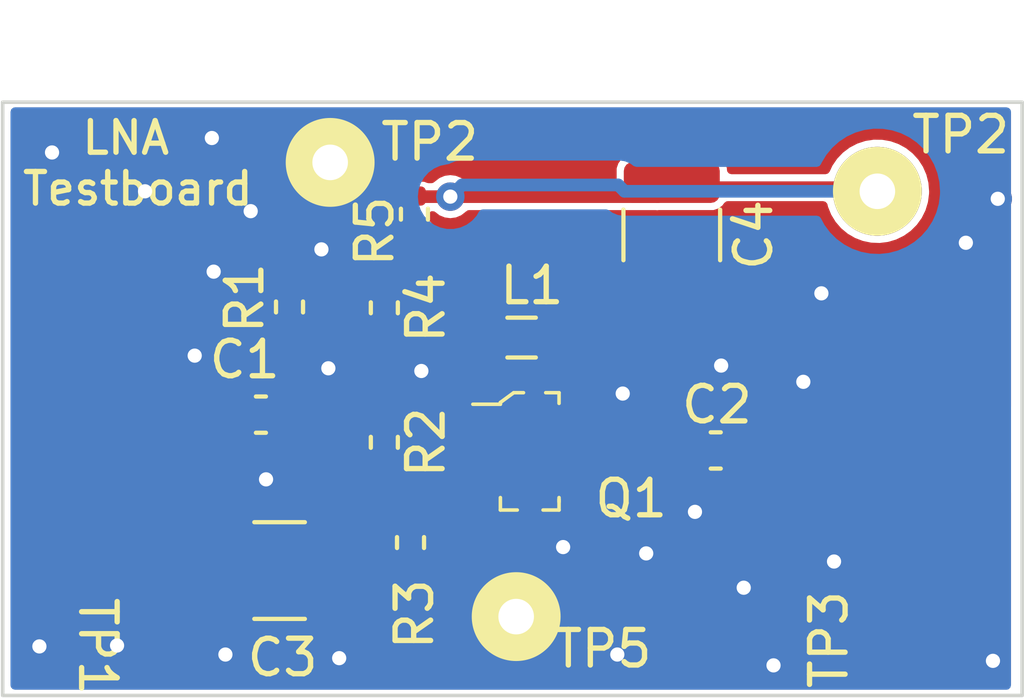
<source format=kicad_pcb>
(kicad_pcb (version 20211014) (generator pcbnew)
  (layers (0 "F.Cu" signal) (31 "B.Cu" signal) (34 "B.Paste" user) (35 "F.Paste" user) (36 "B.SilkS" user "B.Silkscreen") (37 "F.SilkS" user "F.Silkscreen") (38 "B.Mask" user) (39 "F.Mask" user) (44 "Edge.Cuts" user))
  (net 0 "")
  (net 1 "Net-(C1-Pad1)")
  (net 2 "+5V")
  (net 3 "GND")
  (net 4 "Net-(C1-Pad2)")
  (net 5 "Net-(C3-Pad1)")
  (net 6 "Net-(C2-Pad1)")
  (net 7 "Net-(C2-Pad2)")
  (net 8 "Net-(L1-Pad2)")
  (net 9 "Net-(R1-Pad1)")
  (footprint "VCO:SolderWirePad_single_1mmDrill" (layer "F.Cu") (at 113.78365 99.25485)
    (fp_text reference "TP5" (at 4.60194 5.22424 unlocked) (layer "F.SilkS"))
    (fp_text value "TestPoint" hide)
    (pad "1" thru_hole circle (at 2.159 4.318) (size 2.49936 2.49936) (drill 1.00076) (layers *.Cu *.Mask "F.SilkS") (net 3 "GND"))
  )
  (footprint "Capacitor_SMD:C_0603_1608Metric" (layer "F.Cu") (at 108.7628 97.8916)
    (fp_text reference "C1" (at -0.4572 -1.5494) (layer "F.SilkS"))
    (fp_text value "C" hide)
    (fp_line (start -0.14058 0.51) (end 0.14058 0.51) (layer "F.SilkS") (width 0.12))
    (fp_line (start -0.14058 -0.51) (end 0.14058 -0.51) (layer "F.SilkS") (width 0.12))
    (pad "1" smd roundrect (at -0.775 0) (size 0.9 0.95) (layers "F.Cu" "F.Paste" "F.Mask") (net 1 "Net-(C1-Pad1)"))
    (pad "2" smd roundrect (at 0.775 0) (size 0.9 0.95) (layers "F.Cu" "F.Paste" "F.Mask") (net 4 "Net-(C1-Pad2)"))
  )
  (footprint "Resistor_SMD:R_0402_1005Metric" (layer "F.Cu") (at 109.56725 94.86265 -90)
    (fp_text reference "R1" (at -0.24765 1.26165 90) (layer "F.SilkS"))
    (fp_text value "R" hide)
    (fp_line (start -0.153641 -0.38) (end 0.153641 -0.38) (layer "F.SilkS") (width 0.12))
    (fp_line (start -0.153641 0.38) (end 0.153641 0.38) (layer "F.SilkS") (width 0.12))
    (pad "1" smd roundrect (at -0.51 0 270) (size 0.54 0.64) (layers "F.Cu" "F.Paste" "F.Mask") (net 9 "Net-(R1-Pad1)"))
    (pad "2" smd roundrect (at 0.51 0 270) (size 0.54 0.64) (layers "F.Cu" "F.Paste" "F.Mask") (net 4 "Net-(C1-Pad2)"))
  )
  (footprint "Capacitor_SMD:C_1210_3225Metric" (layer "F.Cu") (at 120.3198 92.837 -90)
    (fp_text reference "C4" (at 0 -2.3 90) (layer "F.SilkS"))
    (fp_text value "C" hide)
    (fp_line (start -0.711252 1.36) (end 0.711252 1.36) (layer "F.SilkS") (width 0.12))
    (fp_line (start -0.711252 -1.36) (end 0.711252 -1.36) (layer "F.SilkS") (width 0.12))
    (pad "1" smd roundrect (at -1.475 0 270) (size 1.15 2.7) (layers "F.Cu" "F.Paste" "F.Mask") (roundrect_rratio 0.217391) (net 2 "+5V"))
    (pad "2" smd roundrect (at 1.475 0 270) (size 1.15 2.7) (layers "F.Cu" "F.Paste" "F.Mask") (roundrect_rratio 0.217391) (net 3 "GND"))
  )
  (footprint "digikey-footprints:SOT-23-3" (layer "F.Cu") (at 116.32365 98.92465)
    (fp_text reference "Q1" (at 2.85315 1.32915) (layer "F.SilkS"))
    (fp_text value "BC847B_215" hide)
    (fp_line (start 0.825 1.35) (end 0.825 1.65) (layer "F.SilkS") (width 0.1))
    (fp_line (start 0.825 1.425) (end 0.825 1.3) (layer "F.SilkS") (width 0.1))
    (fp_line (start -0.45 -1.65) (end -0.825 -1.375) (layer "F.SilkS") (width 0.1))
    (fp_line (start -0.825 -1.325) (end -1.6 -1.325) (layer "F.SilkS") (width 0.1))
    (fp_line (start 0.45 -1.65) (end 0.825 -1.65) (layer "F.SilkS") (width 0.1))
    (fp_line (start -0.175 -1.65) (end -0.45 -1.65) (layer "F.SilkS") (width 0.1))
    (fp_line (start -0.825 1.65) (end -0.825 1.3) (layer "F.SilkS") (width 0.1))
    (fp_line (start 0.825 1.65) (end 0.375 1.65) (layer "F.SilkS") (width 0.1))
    (fp_line (start -0.35 1.65) (end -0.825 1.65) (layer "F.SilkS") (width 0.1))
    (fp_line (start -0.825 -1.375) (end -0.825 -1.325) (layer "F.SilkS") (width 0.1))
    (fp_line (start 0.825 -1.65) (end 0.825 -1.35) (layer "F.SilkS") (width 0.1))
    (pad "1" smd rect locked (at -1.05 -0.95) (size 1.3 0.6) (layers "F.Cu" "F.Paste" "F.Mask") (net 4 "Net-(C1-Pad2)"))
    (pad "2" smd rect locked (at -1.05 0.95) (size 1.3 0.6) (layers "F.Cu" "F.Paste" "F.Mask") (net 5 "Net-(C3-Pad1)"))
    (pad "3" smd rect locked (at 1.05 0) (size 1.3 0.6) (layers "F.Cu" "F.Paste" "F.Mask") (net 6 "Net-(C2-Pad1)"))
  )
  (footprint "VCO:SolderWirePad_single_1mmDrill" (layer "F.Cu") (at 108.55125 86.47865)
    (fp_text reference "TP2" (at 4.96135 3.74215 unlocked) (layer "F.SilkS"))
    (fp_text value "TestPoint" hide)
    (pad "1" thru_hole circle (at 2.159 4.318) (size 2.49936 2.49936) (drill 1.00076) (layers *.Cu *.Mask "F.SilkS") (net 3 "GND"))
  )
  (footprint "Resistor_SMD:R_0402_1005Metric" (layer "F.Cu") (at 112.23425 94.88605 -90)
    (fp_text reference "R4" (at 0 -1.17 90) (layer "F.SilkS"))
    (fp_text value "R" hide)
    (fp_line (start -0.153641 -0.38) (end 0.153641 -0.38) (layer "F.SilkS") (width 0.12))
    (fp_line (start -0.153641 0.38) (end 0.153641 0.38) (layer "F.SilkS") (width 0.12))
    (pad "1" smd roundrect (at -0.51 0 270) (size 0.54 0.64) (layers "F.Cu" "F.Paste" "F.Mask") (net 9 "Net-(R1-Pad1)"))
    (pad "2" smd roundrect (at 0.51 0 270) (size 0.54 0.64) (layers "F.Cu" "F.Paste" "F.Mask") (net 8 "Net-(L1-Pad2)"))
  )
  (footprint "VCO:SolderWirePad_single_1mmDrill" (layer "F.Cu") (at 123.94365 87.29145)
    (fp_text reference "TP2" (at 4.50415 2.72615 unlocked) (layer "F.SilkS"))
    (fp_text value "TestPoint" hide)
    (pad "1" thru_hole circle (at 2.159 4.318) (size 2.49936 2.49936) (drill 1.00076) (layers *.Mask "F.Cu" "In1.Cu" "B.Cu" "F.SilkS") (net 2 "+5V"))
  )
  (footprint "Resistor_SMD:R_0402_1005Metric" (layer "F.Cu") (at 112.97085 101.49005 -90)
    (fp_text reference "R3" (at 2.01495 -0.10995 90) (layer "F.SilkS"))
    (fp_text value "R" hide)
    (fp_line (start -0.153641 -0.38) (end 0.153641 -0.38) (layer "F.SilkS") (width 0.12))
    (fp_line (start -0.153641 0.38) (end 0.153641 0.38) (layer "F.SilkS") (width 0.12))
    (pad "1" smd roundrect (at -0.51 0 270) (size 0.54 0.64) (layers "F.Cu" "F.Paste" "F.Mask") (net 5 "Net-(C3-Pad1)"))
    (pad "2" smd roundrect (at 0.51 0 270) (size 0.54 0.64) (layers "F.Cu" "F.Paste" "F.Mask") (net 3 "GND"))
  )
  (footprint "VCO:SMA Molex 0732512120" (layer "F.Cu") (at 106.16365 92.7949 -90)
    (fp_text reference "TP1" (at 11.61615 1.98955 -90 unlocked) (layer "F.SilkS"))
    (fp_text value "TestPoint" hide)
    (pad "1" smd rect (at 5.08 2.286 270) (size 1.778 4.191) (layers "F.Cu" "F.Paste" "F.Mask") (net 1 "Net-(C1-Pad1)"))
    (pad "2" smd rect (at 1.524 2.286 270) (size 2.667 4.191) (layers "F.Cu" "F.Paste" "F.Mask") (net 3 "GND"))
    (pad "3" smd rect (at 8.636 2.286 270) (size 2.667 4.191) (layers "F.Cu" "F.Paste" "F.Mask") (net 3 "GND"))
    (pad "4" smd rect (at 8.636 2.286 270) (size 2.667 4.191) (layers "B.Cu" "F.Paste" "F.Mask") (net 3 "GND"))
    (pad "5" smd rect (at 1.524 2.286 270) (size 2.667 4.191) (layers "B.Cu" "F.Paste" "F.Mask") (net 3 "GND"))
  )
  (footprint "Resistor_SMD:R_0402_1005Metric" (layer "F.Cu") (at 112.23425 98.67065 -90)
    (fp_text reference "R2" (at 0 -1.17 -90) (layer "F.SilkS"))
    (fp_text value "R" hide)
    (fp_line (start -0.153641 0.38) (end 0.153641 0.38) (layer "F.SilkS") (width 0.12))
    (fp_line (start -0.153641 -0.38) (end 0.153641 -0.38) (layer "F.SilkS") (width 0.12))
    (pad "1" smd roundrect (at -0.51 0 270) (size 0.54 0.64) (layers "F.Cu" "F.Paste" "F.Mask") (net 4 "Net-(C1-Pad2)"))
    (pad "2" smd roundrect (at 0.51 0 270) (size 0.54 0.64) (layers "F.Cu" "F.Paste" "F.Mask") (net 3 "GND"))
  )
  (footprint "Inductor_SMD:L_0805_2012Metric" (layer "F.Cu") (at 116.09505 95.72425 180)
    (fp_text reference "L1" (at -0.28775 1.46485) (layer "F.SilkS"))
    (fp_text value "L" hide)
    (fp_line (start -0.399622 0.56) (end 0.399622 0.56) (layer "F.SilkS") (width 0.12))
    (fp_line (start -0.399622 -0.56) (end 0.399622 -0.56) (layer "F.SilkS") (width 0.12))
    (pad "1" smd roundrect (at -1.0625 0 180) (size 0.875 1.2) (layers "F.Cu" "F.Paste" "F.Mask") (net 6 "Net-(C2-Pad1)"))
    (pad "2" smd roundrect (at 1.0625 0 180) (size 0.875 1.2) (layers "F.Cu" "F.Paste" "F.Mask") (net 8 "Net-(L1-Pad2)"))
  )
  (footprint "Resistor_SMD:R_0402_1005Metric" (layer "F.Cu") (at 113.0808 92.2528 -90)
    (fp_text reference "R5" (at 0.4826 1.1176 90) (layer "F.SilkS"))
    (fp_text value "R" hide)
    (fp_line (start -0.153641 -0.38) (end 0.153641 -0.38) (layer "F.SilkS") (width 0.12))
    (fp_line (start -0.153641 0.38) (end 0.153641 0.38) (layer "F.SilkS") (width 0.12))
    (pad "1" smd roundrect (at -0.51 0 270) (size 0.54 0.64) (layers "F.Cu" "F.Paste" "F.Mask") (net 2 "+5V"))
    (pad "2" smd roundrect (at 0.51 0 270) (size 0.54 0.64) (layers "F.Cu" "F.Paste" "F.Mask") (net 9 "Net-(R1-Pad1)"))
  )
  (footprint "Capacitor_SMD:C_0603_1608Metric" (layer "F.Cu") (at 121.55605 98.89925)
    (fp_text reference "C2" (at 0.03375 -1.28705) (layer "F.SilkS"))
    (fp_text value "C" hide)
    (fp_line (start -0.14058 -0.51) (end 0.14058 -0.51) (layer "F.SilkS") (width 0.12))
    (fp_line (start -0.14058 0.51) (end 0.14058 0.51) (layer "F.SilkS") (width 0.12))
    (pad "1" smd roundrect (at -0.775 0) (size 0.9 0.95) (layers "F.Cu" "F.Paste" "F.Mask") (net 6 "Net-(C2-Pad1)"))
    (pad "2" smd roundrect (at 0.775 0) (size 0.9 0.95) (layers "F.Cu" "F.Paste" "F.Mask") (net 7 "Net-(C2-Pad2)"))
  )
  (footprint "Capacitor_SMD:C_1210_3225Metric" (layer "F.Cu") (at 109.28785 102.27745 180)
    (fp_text reference "C3" (at -0.08455 -2.44675) (layer "F.SilkS"))
    (fp_text value "C" hide)
    (fp_line (start -0.711252 1.36) (end 0.711252 1.36) (layer "F.SilkS") (width 0.12))
    (fp_line (start -0.711252 -1.36) (end 0.711252 -1.36) (layer "F.SilkS") (width 0.12))
    (pad "1" smd roundrect (at -1.475 0 180) (size 1.15 2.7) (layers "F.Cu" "F.Paste" "F.Mask") (roundrect_rratio 0.217391) (net 5 "Net-(C3-Pad1)"))
    (pad "2" smd roundrect (at 1.475 0 180) (size 1.15 2.7) (layers "F.Cu" "F.Paste" "F.Mask") (roundrect_rratio 0.217391) (net 3 "GND"))
  )
  (footprint "VCO:SMA Molex 0732512120" (layer "F.Cu") (at 125.44225 103.95385 90)
    (fp_text reference "TP3" (at -0.26235 -0.70285 90 unlocked) (layer "F.SilkS"))
    (fp_text value "TestPoint" hide)
    (pad "1" smd rect (at 5.08 2.286 90) (size 1.778 4.191) (layers "F.Cu" "F.Paste" "F.Mask") (net 7 "Net-(C2-Pad2)"))
    (pad "2" smd rect (at 1.524 2.286 90) (size 2.667 4.191) (layers "F.Cu" "F.Paste" "F.Mask") (net 3 "GND"))
    (pad "3" smd rect (at 8.636 2.286 90) (size 2.667 4.191) (layers "F.Cu" "F.Paste" "F.Mask") (net 3 "GND"))
    (pad "4" smd rect (at 8.636 2.286 90) (size 2.667 4.191) (layers "B.Cu" "F.Paste" "F.Mask") (net 3 "GND"))
    (pad "5" smd rect (at 1.524 2.286 90) (size 2.667 4.191) (layers "B.Cu" "F.Paste" "F.Mask") (net 3 "GND"))
  )
  (gr_rect (start 130.175 89.1032) (end 101.4984 105.791) (layer "Edge.Cuts") (width 0.1) (fill none))
  (gr_text "LNA \nTestboard\n" (at 105.30005 90.82205) (layer "F.SilkS") (effects (font (size 0.889 0.889))))
  (segment (start 107.9711 97.8749) (end 103.87765 97.8749) (width 1.143) (layer "F.Cu") (net 1))
  (segment (start 108.03025 97.93405) (end 107.9711 97.8749) (width 0.25) (layer "F.Cu") (net 1))
  (segment (start 125.56925 91.50785) (end 120.46565 91.50785) (width 0.3556) (layer "F.Cu") (net 2))
  (segment (start 125.56925 91.50785) (end 125.74705 91.50785) (width 0.3556) (layer "F.Cu") (net 2))
  (segment (start 120.46565 91.50785) (end 120.3198 91.362) (width 0.3556) (layer "F.Cu") (net 2))
  (segment (start 113.27565 91.75985) (end 119.92195 91.75985) (width 0.3556) (layer "F.Cu") (net 2))
  (segment (start 119.92195 91.75985) (end 120.3198 91.362) (width 0.3556) (layer "F.Cu") (net 2))
  (segment (start 126.10265 91.60945) (end 125.67085 91.60945) (width 0.25) (layer "F.Cu") (net 2))
  (segment (start 125.67085 91.60945) (end 125.56925 91.50785) (width 0.25) (layer "F.Cu") (net 2))
  (via (at 114.09045 91.75985) (size 0.8) (drill 0.4) (layers "F.Cu" "B.Cu") (net 2))
  (segment (start 118.81285 91.43165) (end 118.99065 91.60945) (width 0.3556) (layer "B.Cu") (net 2))
  (segment (start 118.99065 91.60945) (end 126.10265 91.60945) (width 0.3556) (layer "B.Cu") (net 2))
  (segment (start 114.09045 91.75985) (end 114.41865 91.43165) (width 0.3556) (layer "B.Cu") (net 2))
  (segment (start 114.41865 91.43165) (end 118.81285 91.43165) (width 0.3556) (layer "B.Cu") (net 2))
  (via (at 129.4892 91.821) (size 0.8) (drill 0.4) (layers "F.Cu" "B.Cu") (net 3))
  (via (at 122.34345 102.76005) (size 0.8) (drill 0.4) (layers "F.Cu" "B.Cu") (net 3))
  (via (at 106.90025 96.23225) (size 0.8) (drill 0.4) (layers "F.Cu" "B.Cu") (net 3))
  (via (at 108.47505 92.16825) (size 0.8) (drill 0.4) (layers "F.Cu" "B.Cu") (net 3))
  (via (at 110.65945 96.58785) (size 0.8) (drill 0.4) (layers "F.Cu" "B.Cu") (net 3))
  (via (at 104.71585 104.38565) (size 0.8) (drill 0.4) (layers "F.Cu" "B.Cu") (net 3))
  (via (at 113.27565 96.66405) (size 0.8) (drill 0.4) (layers "F.Cu" "B.Cu") (net 3))
  (via (at 124.52785 94.47965) (size 0.8) (drill 0.4) (layers "F.Cu" "B.Cu") (net 3))
  (via (at 118.93985 97.29905) (size 0.8) (drill 0.4) (layers "F.Cu" "B.Cu") (net 3))
  (via (at 102.53145 104.41105) (size 0.8) (drill 0.4) (layers "F.Cu" "B.Cu") (net 3))
  (via (at 107.43365 93.87005) (size 0.8) (drill 0.4) (layers "F.Cu" "B.Cu") (net 3))
  (via (at 120.97185 100.62645) (size 0.8) (drill 0.4) (layers "F.Cu" "B.Cu") (net 3))
  (via (at 110.96425 104.74125) (size 0.8) (drill 0.4) (layers "F.Cu" "B.Cu") (net 3))
  (via (at 119.60025 101.79485) (size 0.8) (drill 0.4) (layers "F.Cu" "B.Cu") (net 3))
  (via (at 123.18165 104.94445) (size 0.8) (drill 0.4) (layers "F.Cu" "B.Cu") (net 3))
  (via (at 117.26345 101.61705) (size 0.8) (drill 0.4) (layers "F.Cu" "B.Cu") (net 3))
  (via (at 129.35385 104.81745) (size 0.8) (drill 0.4) (layers "F.Cu" "B.Cu") (net 3))
  (via (at 110.4646 93.2434) (size 0.8) (drill 0.4) (layers "F.Cu" "B.Cu") (net 3))
  (via (at 128.59185 93.05725) (size 0.8) (drill 0.4) (layers "F.Cu" "B.Cu") (net 3))
  (via (at 124.88345 102.02345) (size 0.8) (drill 0.4) (layers "F.Cu" "B.Cu") (net 3))
  (via (at 124.01985 96.96885) (size 0.8) (drill 0.4) (layers "F.Cu" "B.Cu") (net 3))
  (via (at 118.78745 104.63965) (size 0.8) (drill 0.4) (layers "F.Cu" "B.Cu") (net 3))
  (via (at 102.88705 90.51725) (size 0.8) (drill 0.4) (layers "F.Cu" "B.Cu") (net 3))
  (via (at 107.38285 90.11085) (size 0.8) (drill 0.4) (layers "F.Cu" "B.Cu") (net 3))
  (via (at 105.50325 91.60945) (size 0.8) (drill 0.4) (layers "F.Cu" "B.Cu") (net 3))
  (via (at 108.90685 99.71205) (size 0.8) (drill 0.4) (layers "F.Cu" "B.Cu") (net 3))
  (via (at 107.76385 104.63965) (size 0.8) (drill 0.4) (layers "F.Cu" "B.Cu") (net 3))
  (via (at 121.70845 96.51165) (size 0.8) (drill 0.4) (layers "F.Cu" "B.Cu") (net 3))
  (segment (start 106.9848 94.3189) (end 107.43365 93.87005) (width 0.3556) (layer "B.Cu") (net 3))
  (segment (start 122.49585 96.51165) (end 124.52785 94.47965) (width 0.3556) (layer "B.Cu") (net 3))
  (segment (start 121.70845 96.51165) (end 122.49585 96.51165) (width 0.3556) (layer "B.Cu") (net 3))
  (segment (start 108.90685 99.71205) (end 112.08185 99.71205) (width 0.3556) (layer "B.Cu") (net 3))
  (segment (start 112.08185 99.71205) (end 115.94265 103.57285) (width 0.3556) (layer "B.Cu") (net 3))
  (segment (start 117.26345 98.97545) (end 118.93985 97.29905) (width 0.3556) (layer "B.Cu") (net 3))
  (segment (start 103.87765 94.3189) (end 106.9848 94.3189) (width 0.3556) (layer "B.Cu") (net 3))
  (segment (start 107.43365 93.20965) (end 108.47505 92.16825) (width 0.3556) (layer "B.Cu") (net 3))
  (segment (start 122.34345 102.76005) (end 121.53065 103.57285) (width 0.3556) (layer "B.Cu") (net 3))
  (segment (start 120.92105 97.29905) (end 121.70845 96.51165) (width 0.3556) (layer "B.Cu") (net 3))
  (segment (start 127.72825 95.31785) (end 125.36605 95.31785) (width 0.3556) (layer "B.Cu") (net 3))
  (segment (start 108.47505 92.16825) (end 109.33865 92.16825) (width 0.3556) (layer "B.Cu") (net 3))
  (segment (start 115.94265 103.57285) (end 117.26345 102.25205) (width 0.3556) (layer "B.Cu") (net 3))
  (segment (start 125.36605 95.31785) (end 124.52785 94.47965) (width 0.3556) (layer "B.Cu") (net 3))
  (segment (start 117.26345 102.25205) (end 117.26345 101.61705) (width 0.3556) (layer "B.Cu") (net 3))
  (segment (start 117.26345 101.61705) (end 117.26345 98.97545) (width 0.3556) (layer "B.Cu") (net 3))
  (segment (start 118.93985 97.29905) (end 120.92105 97.29905) (width 0.3556) (layer "B.Cu") (net 3))
  (segment (start 127.72825 102.42985) (end 122.67365 102.42985) (width 0.3556) (layer "B.Cu") (net 3))
  (segment (start 121.53065 103.57285) (end 115.94265 103.57285) (width 0.3556) (layer "B.Cu") (net 3))
  (segment (start 107.188 101.4309) (end 108.90685 99.71205) (width 0.3556) (layer "B.Cu") (net 3))
  (segment (start 107.43365 93.87005) (end 107.43365 93.20965) (width 0.3556) (layer "B.Cu") (net 3))
  (segment (start 109.33865 92.16825) (end 110.71025 90.79665) (width 0.3556) (layer "B.Cu") (net 3))
  (segment (start 103.87765 101.4309) (end 107.188 101.4309) (width 0.3556) (layer "B.Cu") (net 3))
  (segment (start 122.67365 102.42985) (end 122.34345 102.76005) (width 0.3556) (layer "B.Cu") (net 3))
  (segment (start 112.18345 97.95745) (end 112.40385 98.17785) (width 0.25) (layer "F.Cu") (net 4))
  (segment (start 112.18545 97.95945) (end 115.56325 97.95945) (width 1.143) (layer "F.Cu") (net 4))
  (segment (start 109.60365 97.95745) (end 109.58025 97.93405) (width 0.25) (layer "F.Cu") (net 4))
  (segment (start 112.18345 97.95745) (end 109.60365 97.95745) (width 1.143) (layer "F.Cu") (net 4))
  (segment (start 109.56725 97.92105) (end 109.58025 97.93405) (width 0.25) (layer "F.Cu") (net 4))
  (segment (start 109.56725 95.37265) (end 109.56725 97.92105) (width 0.3556) (layer "F.Cu") (net 4))
  (segment (start 112.18345 97.95745) (end 112.18545 97.95945) (width 0.25) (layer "F.Cu") (net 4))
  (segment (start 115.46665 99.91525) (end 114.03565 99.91525) (width 0.3556) (layer "F.Cu") (net 5))
  (segment (start 114.03565 99.91525) (end 112.97085 100.98005) (width 0.3556) (layer "F.Cu") (net 5))
  (segment (start 112.06025 100.98005) (end 110.76285 102.27745) (width 0.3556) (layer "F.Cu") (net 5))
  (segment (start 112.97085 100.98005) (end 112.06025 100.98005) (width 0.3556) (layer "F.Cu") (net 5))
  (segment (start 120.75565 98.87385) (end 117.11105 98.87385) (width 1.143) (layer "F.Cu") (net 6))
  (segment (start 120.78105 98.89925) (end 120.75565 98.87385) (width 0.25) (layer "F.Cu") (net 6))
  (segment (start 117.15755 96.09705) (end 117.18725 96.12675) (width 0.25) (layer "F.Cu") (net 6))
  (segment (start 117.15755 95.72425) (end 117.15755 96.09705) (width 0.3556) (layer "F.Cu") (net 6))
  (segment (start 117.18725 98.73825) (end 117.18725 96.12675) (width 0.3556) (layer "F.Cu") (net 6))
  (segment (start 120.75565 98.87385) (end 120.30715 98.87385) (width 1.143) (layer "F.Cu") (net 6))
  (segment (start 122.35645 98.87385) (end 122.33105 98.89925) (width 0.25) (layer "F.Cu") (net 7))
  (segment (start 127.72825 98.87385) (end 122.35645 98.87385) (width 1.143) (layer "F.Cu") (net 7))
  (segment (start 112.23425 95.39605) (end 114.70435 95.39605) (width 0.3556) (layer "F.Cu") (net 8))
  (segment (start 114.70435 95.39605) (end 115.03255 95.72425) (width 0.25) (layer "F.Cu") (net 8))
  (segment (start 112.23425 94.37605) (end 109.59065 94.37605) (width 0.3556) (layer "F.Cu") (net 9))
  (segment (start 113.09785 92.83065) (end 113.09785 93.51245) (width 0.3556) (layer "F.Cu") (net 9))
  (segment (start 113.09785 93.51245) (end 112.23425 94.37605) (width 0.3556) (layer "F.Cu") (net 9))
  (segment (start 109.59065 94.37605) (end 109.56725 94.35265) (width 0.25) (layer "F.Cu") (net 9))
  (segment (start 113.14865 92.77985) (end 113.09785 92.83065) (width 0.3556) (layer "F.Cu") (net 9))
  (zone (net 3) (net_name "GND") (layer "F.Cu") (connect_pads yes (clearance 0.1778)) (min_thickness 0.254) (fill yes (thermal_gap 0.1778) (thermal_bridge_width 0.508))
    (polygon (pts (xy 129.86185 105.60485) (xy 101.74405 105.60485) (xy 101.74405 89.29805) (xy 129.86185 89.29805)))
  )
  (zone (net 3) (net_name "GND") (layer "B.Cu") (connect_pads yes (clearance 0.508)) (min_thickness 0.254) (fill yes (thermal_gap 0.1778) (thermal_bridge_width 0.508))
    (polygon (pts (xy 129.86185 105.63025) (xy 101.71865 105.63025) (xy 101.71865 89.24725) (xy 129.86185 89.24725)))
  )
)
</source>
